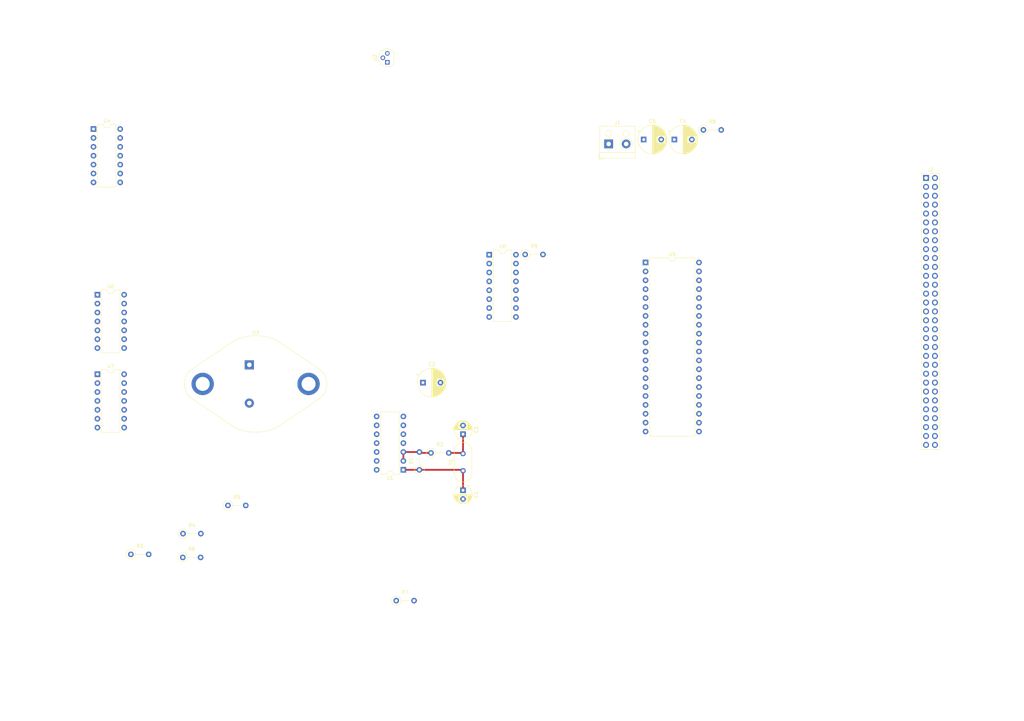
<source format=kicad_pcb>
(kicad_pcb (version 20171130) (host pcbnew "(5.0.0)")
  (layers (0 F.Cu signal) (1 In1.Cu signal) (2 In2.Cu signal) (31 B.Cu signal) (34 B.Paste user) (35 F.Paste user) (36 B.SilkS user) (37 F.SilkS user) (38 B.Mask user) (39 F.Mask user) (44 Edge.Cuts user))
  (net 0 "")
  (net 1 GND)
  (net 2 +5V)
  (net 3 "Net-(C1-Pad1)")
  (net 4 "Net-(R1-Pad2)")
  (net 5 "Net-(C2-Pad1)")
  (net 6 "Net-(C3-Pad1)")
  (net 7 "Net-(R3-Pad1)")
  (net 8 /~WAIT)
  (net 9 /~NMI)
  (net 10 /~INT)
  (net 11 /~BUSRQ)
  (net 12 /~RST)
  (net 13 /A11)
  (net 14 /~RD)
  (net 15 /A12)
  (net 16 /~WR)
  (net 17 /A13)
  (net 18 /~BUSACK)
  (net 19 /A14)
  (net 20 /A15)
  (net 21 /~CLK)
  (net 22 /D4)
  (net 23 /~M1)
  (net 24 /D3)
  (net 25 /~RFSH)
  (net 26 /D5)
  (net 27 /D6)
  (net 28 /A0)
  (net 29 /A1)
  (net 30 /D2)
  (net 31 /A2)
  (net 32 /D7)
  (net 33 /A3)
  (net 34 /D0)
  (net 35 /A4)
  (net 36 /D1)
  (net 37 /A5)
  (net 38 /A6)
  (net 39 /A7)
  (net 40 /~HALT)
  (net 41 /A8)
  (net 42 /~MREQ)
  (net 43 /A9)
  (net 44 /~IORQ)
  (net 45 /A10)
  (net 46 /~MEMWR)
  (net 47 /~IOWR)
  (net 48 /~MEMRD)
  (net 49 /~IORD)
  (net 50 "Net-(J2-Pad4)")
  (net 51 "Net-(J2-Pad5)")
  (net 52 "Net-(J2-Pad6)")
  (net 53 "Net-(J2-Pad7)")
  (net 54 "Net-(J2-Pad8)")
  (net 55 "Net-(J2-Pad9)")
  (net 56 "Net-(J2-Pad15)")
  (net 57 "Net-(J2-Pad16)")
  (net 58 "Net-(J2-Pad17)")
  (net 59 "Net-(J2-Pad18)")
  (net 60 "Net-(J2-Pad19)")
  (net 61 "Net-(J2-Pad21)")
  (net 62 "Net-(J2-Pad22)")
  (net 63 "Net-(J2-Pad23)")
  (net 64 "Net-(J2-Pad24)")
  (net 65 "Net-(J2-Pad25)")
  (net 66 "Net-(J2-Pad26)")
  (net 67 "Net-(J2-Pad27)")
  (net 68 "Net-(J2-Pad28)")
  (net 69 "Net-(J2-Pad30)")
  (net 70 "Net-(J2-Pad32)")
  (net 71 "Net-(J2-Pad41)")
  (net 72 "Net-(J2-Pad42)")
  (net 73 "Net-(U6-Pad8)")
  (net 74 /~OPFETCH)
  (net 75 "Net-(U6-Pad10)")
  (net 76 /~INTACK)
  (net 77 /~BOOT)
  (net 78 "Net-(U7-Pad8)")
  (net 79 "Net-(R9-Pad1)")
  (net 80 /DS6)
  (net 81 /DS5)
  (net 82 /DS4)
  (net 83 /DS3)
  (net 84 /DS2)
  (net 85 /DS1)
  (net 86 /DS7)
  (net 87 /DS0)
  (module Package_DIP:DIP-40_W15.24mm (layer F.Cu) (at 186.69 77.47)
    (fp_text reference U5 (at 7.62 -2.33) (layer F.SilkS))
    (fp_text value Z80CPU)
    (pad 1 thru_hole rect (at 0 0) (size 1.6 1.6) (drill 0.8) (layers *.Cu *.Mask) (net 13 /A11))
    (pad 21 thru_hole oval (at 15.24 48.26) (size 1.6 1.6) (drill 0.8) (layers *.Cu *.Mask) (net 14 /~RD))
    (pad 2 thru_hole oval (at 0 2.54) (size 1.6 1.6) (drill 0.8) (layers *.Cu *.Mask) (net 15 /A12))
    (pad 22 thru_hole oval (at 15.24 45.72) (size 1.6 1.6) (drill 0.8) (layers *.Cu *.Mask) (net 16 /~WR))
    (pad 3 thru_hole oval (at 0 5.08) (size 1.6 1.6) (drill 0.8) (layers *.Cu *.Mask) (net 17 /A13))
    (pad 23 thru_hole oval (at 15.24 43.18) (size 1.6 1.6) (drill 0.8) (layers *.Cu *.Mask) (net 18 /~BUSACK))
    (pad 4 thru_hole oval (at 0 7.62) (size 1.6 1.6) (drill 0.8) (layers *.Cu *.Mask) (net 19 /A14))
    (pad 24 thru_hole oval (at 15.24 40.64) (size 1.6 1.6) (drill 0.8) (layers *.Cu *.Mask) (net 8 /~WAIT))
    (pad 5 thru_hole oval (at 0 10.16) (size 1.6 1.6) (drill 0.8) (layers *.Cu *.Mask) (net 20 /A15))
    (pad 25 thru_hole oval (at 15.24 38.1) (size 1.6 1.6) (drill 0.8) (layers *.Cu *.Mask) (net 11 /~BUSRQ))
    (pad 6 thru_hole oval (at 0 12.7) (size 1.6 1.6) (drill 0.8) (layers *.Cu *.Mask) (net 21 /~CLK))
    (pad 26 thru_hole oval (at 15.24 35.56) (size 1.6 1.6) (drill 0.8) (layers *.Cu *.Mask) (net 12 /~RST))
    (pad 7 thru_hole oval (at 0 15.24) (size 1.6 1.6) (drill 0.8) (layers *.Cu *.Mask) (net 22 /D4))
    (pad 27 thru_hole oval (at 15.24 33.02) (size 1.6 1.6) (drill 0.8) (layers *.Cu *.Mask) (net 23 /~M1))
    (pad 8 thru_hole oval (at 0 17.78) (size 1.6 1.6) (drill 0.8) (layers *.Cu *.Mask) (net 24 /D3))
    (pad 28 thru_hole oval (at 15.24 30.48) (size 1.6 1.6) (drill 0.8) (layers *.Cu *.Mask) (net 25 /~RFSH))
    (pad 9 thru_hole oval (at 0 20.32) (size 1.6 1.6) (drill 0.8) (layers *.Cu *.Mask) (net 26 /D5))
    (pad 29 thru_hole oval (at 15.24 27.94) (size 1.6 1.6) (drill 0.8) (layers *.Cu *.Mask) (net 1 GND))
    (pad 10 thru_hole oval (at 0 22.86) (size 1.6 1.6) (drill 0.8) (layers *.Cu *.Mask) (net 27 /D6))
    (pad 30 thru_hole oval (at 15.24 25.4) (size 1.6 1.6) (drill 0.8) (layers *.Cu *.Mask) (net 28 /A0))
    (pad 11 thru_hole oval (at 0 25.4) (size 1.6 1.6) (drill 0.8) (layers *.Cu *.Mask) (net 2 +5V))
    (pad 31 thru_hole oval (at 15.24 22.86) (size 1.6 1.6) (drill 0.8) (layers *.Cu *.Mask) (net 29 /A1))
    (pad 12 thru_hole oval (at 0 27.94) (size 1.6 1.6) (drill 0.8) (layers *.Cu *.Mask) (net 30 /D2))
    (pad 32 thru_hole oval (at 15.24 20.32) (size 1.6 1.6) (drill 0.8) (layers *.Cu *.Mask) (net 31 /A2))
    (pad 13 thru_hole oval (at 0 30.48) (size 1.6 1.6) (drill 0.8) (layers *.Cu *.Mask) (net 32 /D7))
    (pad 33 thru_hole oval (at 15.24 17.78) (size 1.6 1.6) (drill 0.8) (layers *.Cu *.Mask) (net 33 /A3))
    (pad 14 thru_hole oval (at 0 33.02) (size 1.6 1.6) (drill 0.8) (layers *.Cu *.Mask) (net 34 /D0))
    (pad 34 thru_hole oval (at 15.24 15.24) (size 1.6 1.6) (drill 0.8) (layers *.Cu *.Mask) (net 35 /A4))
    (pad 15 thru_hole oval (at 0 35.56) (size 1.6 1.6) (drill 0.8) (layers *.Cu *.Mask) (net 36 /D1))
    (pad 35 thru_hole oval (at 15.24 12.7) (size 1.6 1.6) (drill 0.8) (layers *.Cu *.Mask) (net 37 /A5))
    (pad 16 thru_hole oval (at 0 38.1) (size 1.6 1.6) (drill 0.8) (layers *.Cu *.Mask) (net 10 /~INT))
    (pad 36 thru_hole oval (at 15.24 10.16) (size 1.6 1.6) (drill 0.8) (layers *.Cu *.Mask) (net 38 /A6))
    (pad 17 thru_hole oval (at 0 40.64) (size 1.6 1.6) (drill 0.8) (layers *.Cu *.Mask) (net 9 /~NMI))
    (pad 37 thru_hole oval (at 15.24 7.62) (size 1.6 1.6) (drill 0.8) (layers *.Cu *.Mask) (net 39 /A7))
    (pad 18 thru_hole oval (at 0 43.18) (size 1.6 1.6) (drill 0.8) (layers *.Cu *.Mask) (net 40 /~HALT))
    (pad 38 thru_hole oval (at 15.24 5.08) (size 1.6 1.6) (drill 0.8) (layers *.Cu *.Mask) (net 41 /A8))
    (pad 19 thru_hole oval (at 0 45.72) (size 1.6 1.6) (drill 0.8) (layers *.Cu *.Mask) (net 42 /~MREQ))
    (pad 39 thru_hole oval (at 15.24 2.54) (size 1.6 1.6) (drill 0.8) (layers *.Cu *.Mask) (net 43 /A9))
    (pad 20 thru_hole oval (at 0 48.26) (size 1.6 1.6) (drill 0.8) (layers *.Cu *.Mask) (net 44 /~IORQ))
    (pad 40 thru_hole oval (at 15.24 0) (size 1.6 1.6) (drill 0.8) (layers *.Cu *.Mask) (net 45 /A10))
  )
  (module Package_DIP:DIP-16_W7.62mm (layer F.Cu) (at 142.095001 75.235001)
    (fp_text reference U8 (at 3.81 -2.33) (layer F.SilkS))
    (fp_text value 74138)
    (pad 1 thru_hole rect (at 0 0) (size 1.6 1.6) (drill 0.8) (layers *.Cu *.Mask) (net 37 /A5))
    (pad 9 thru_hole oval (at 7.62 17.78) (size 1.6 1.6) (drill 0.8) (layers *.Cu *.Mask) (net 80 /DS6))
    (pad 2 thru_hole oval (at 0 2.54) (size 1.6 1.6) (drill 0.8) (layers *.Cu *.Mask) (net 38 /A6))
    (pad 10 thru_hole oval (at 7.62 15.24) (size 1.6 1.6) (drill 0.8) (layers *.Cu *.Mask) (net 81 /DS5))
    (pad 3 thru_hole oval (at 0 5.08) (size 1.6 1.6) (drill 0.8) (layers *.Cu *.Mask) (net 39 /A7))
    (pad 11 thru_hole oval (at 7.62 12.7) (size 1.6 1.6) (drill 0.8) (layers *.Cu *.Mask) (net 82 /DS4))
    (pad 4 thru_hole oval (at 0 7.62) (size 1.6 1.6) (drill 0.8) (layers *.Cu *.Mask) (net 44 /~IORQ))
    (pad 12 thru_hole oval (at 7.62 10.16) (size 1.6 1.6) (drill 0.8) (layers *.Cu *.Mask) (net 83 /DS3))
    (pad 5 thru_hole oval (at 0 10.16) (size 1.6 1.6) (drill 0.8) (layers *.Cu *.Mask) (net 44 /~IORQ))
    (pad 13 thru_hole oval (at 7.62 7.62) (size 1.6 1.6) (drill 0.8) (layers *.Cu *.Mask) (net 84 /DS2))
    (pad 6 thru_hole oval (at 0 12.7) (size 1.6 1.6) (drill 0.8) (layers *.Cu *.Mask) (net 79 "Net-(R9-Pad1)"))
    (pad 14 thru_hole oval (at 7.62 5.08) (size 1.6 1.6) (drill 0.8) (layers *.Cu *.Mask) (net 85 /DS1))
    (pad 7 thru_hole oval (at 0 15.24) (size 1.6 1.6) (drill 0.8) (layers *.Cu *.Mask) (net 86 /DS7))
    (pad 15 thru_hole oval (at 7.62 2.54) (size 1.6 1.6) (drill 0.8) (layers *.Cu *.Mask) (net 87 /DS0))
    (pad 8 thru_hole oval (at 0 17.78) (size 1.6 1.6) (drill 0.8) (layers *.Cu *.Mask) (net 1 GND))
    (pad 16 thru_hole oval (at 7.62 0) (size 1.6 1.6) (drill 0.8) (layers *.Cu *.Mask) (net 2 +5V))
  )
  (module Resistor_THT:R_Axial_DIN0207_L6.3mm_D2.5mm_P5.08mm_Vertical (layer F.Cu) (at 152.345001 75.185001)
    (fp_text reference R9 (at 2.54 -2.37) (layer F.SilkS))
    (fp_text value 10K)
    (pad 1 thru_hole circle (at 0 0) (size 1.6 1.6) (drill 0.8) (layers *.Cu *.Mask) (net 79 "Net-(R9-Pad1)"))
    (pad 2 thru_hole oval (at 5.08 0) (size 1.6 1.6) (drill 0.8) (layers *.Cu *.Mask) (net 1 GND))
  )
  (module Package_DIP:DIP-14_W7.62mm (layer F.Cu) (at 30.335001 109.365001)
    (fp_text reference U7 (at 3.81 -2.33) (layer F.SilkS))
    (fp_text value 74LS73)
    (pad 14 thru_hole oval (at 7.62 0) (size 1.6 1.6) (drill 0.8) (layers *.Cu *.Mask))
    (pad 7 thru_hole oval (at 0 15.24) (size 1.6 1.6) (drill 0.8) (layers *.Cu *.Mask) (net 2 +5V))
    (pad 13 thru_hole oval (at 7.62 2.54) (size 1.6 1.6) (drill 0.8) (layers *.Cu *.Mask))
    (pad 6 thru_hole oval (at 0 12.7) (size 1.6 1.6) (drill 0.8) (layers *.Cu *.Mask) (net 12 /~RST))
    (pad 12 thru_hole oval (at 7.62 5.08) (size 1.6 1.6) (drill 0.8) (layers *.Cu *.Mask))
    (pad 5 thru_hole oval (at 0 10.16) (size 1.6 1.6) (drill 0.8) (layers *.Cu *.Mask) (net 73 "Net-(U6-Pad8)"))
    (pad 11 thru_hole oval (at 7.62 7.62) (size 1.6 1.6) (drill 0.8) (layers *.Cu *.Mask) (net 1 GND))
    (pad 4 thru_hole oval (at 0 7.62) (size 1.6 1.6) (drill 0.8) (layers *.Cu *.Mask) (net 2 +5V))
    (pad 10 thru_hole oval (at 7.62 10.16) (size 1.6 1.6) (drill 0.8) (layers *.Cu *.Mask) (net 1 GND))
    (pad 3 thru_hole oval (at 0 5.08) (size 1.6 1.6) (drill 0.8) (layers *.Cu *.Mask))
    (pad 9 thru_hole oval (at 7.62 12.7) (size 1.6 1.6) (drill 0.8) (layers *.Cu *.Mask) (net 77 /~BOOT))
    (pad 2 thru_hole oval (at 0 2.54) (size 1.6 1.6) (drill 0.8) (layers *.Cu *.Mask))
    (pad 8 thru_hole oval (at 7.62 15.24) (size 1.6 1.6) (drill 0.8) (layers *.Cu *.Mask) (net 78 "Net-(U7-Pad8)"))
    (pad 1 thru_hole rect (at 0 0) (size 1.6 1.6) (drill 0.8) (layers *.Cu *.Mask))
  )
  (module Package_DIP:DIP-14_W7.62mm (layer F.Cu) (at 30.335001 86.665001)
    (fp_text reference U6 (at 3.81 -2.33) (layer F.SilkS))
    (fp_text value 74LS32)
    (pad 1 thru_hole rect (at 0 0) (size 1.6 1.6) (drill 0.8) (layers *.Cu *.Mask) (net 23 /~M1))
    (pad 8 thru_hole oval (at 7.62 15.24) (size 1.6 1.6) (drill 0.8) (layers *.Cu *.Mask) (net 73 "Net-(U6-Pad8)"))
    (pad 2 thru_hole oval (at 0 2.54) (size 1.6 1.6) (drill 0.8) (layers *.Cu *.Mask) (net 42 /~MREQ))
    (pad 9 thru_hole oval (at 7.62 12.7) (size 1.6 1.6) (drill 0.8) (layers *.Cu *.Mask) (net 2 +5V))
    (pad 3 thru_hole oval (at 0 5.08) (size 1.6 1.6) (drill 0.8) (layers *.Cu *.Mask) (net 74 /~OPFETCH))
    (pad 10 thru_hole oval (at 7.62 10.16) (size 1.6 1.6) (drill 0.8) (layers *.Cu *.Mask) (net 75 "Net-(U6-Pad10)"))
    (pad 4 thru_hole oval (at 0 7.62) (size 1.6 1.6) (drill 0.8) (layers *.Cu *.Mask) (net 23 /~M1))
    (pad 11 thru_hole oval (at 7.62 7.62) (size 1.6 1.6) (drill 0.8) (layers *.Cu *.Mask) (net 75 "Net-(U6-Pad10)"))
    (pad 5 thru_hole oval (at 0 10.16) (size 1.6 1.6) (drill 0.8) (layers *.Cu *.Mask) (net 44 /~IORQ))
    (pad 12 thru_hole oval (at 7.62 5.08) (size 1.6 1.6) (drill 0.8) (layers *.Cu *.Mask) (net 47 /~IOWR))
    (pad 6 thru_hole oval (at 0 12.7) (size 1.6 1.6) (drill 0.8) (layers *.Cu *.Mask) (net 76 /~INTACK))
    (pad 13 thru_hole oval (at 7.62 2.54) (size 1.6 1.6) (drill 0.8) (layers *.Cu *.Mask) (net 77 /~BOOT))
    (pad 7 thru_hole oval (at 0 15.24) (size 1.6 1.6) (drill 0.8) (layers *.Cu *.Mask) (net 1 GND))
    (pad 14 thru_hole oval (at 7.62 0) (size 1.6 1.6) (drill 0.8) (layers *.Cu *.Mask) (net 2 +5V))
  )
  (module Connector_PinHeader_2.54mm:PinHeader_2x31_P2.54mm_Vertical (layer F.Cu) (at 266.7 53.34)
    (fp_text reference J2 (at 1.27 -2.33) (layer F.SilkS))
    (fp_text value Bus_ISA_8bit)
    (pad 1 thru_hole rect (at 0 0) (size 1.7 1.7) (drill 1) (layers *.Cu *.Mask) (net 1 GND))
    (pad 2 thru_hole oval (at 2.54 0) (size 1.7 1.7) (drill 1) (layers *.Cu *.Mask) (net 12 /~RST))
    (pad 3 thru_hole oval (at 0 2.54) (size 1.7 1.7) (drill 1) (layers *.Cu *.Mask) (net 2 +5V))
    (pad 4 thru_hole oval (at 2.54 2.54) (size 1.7 1.7) (drill 1) (layers *.Cu *.Mask) (net 50 "Net-(J2-Pad4)"))
    (pad 5 thru_hole oval (at 0 5.08) (size 1.7 1.7) (drill 1) (layers *.Cu *.Mask) (net 51 "Net-(J2-Pad5)"))
    (pad 6 thru_hole oval (at 2.54 5.08) (size 1.7 1.7) (drill 1) (layers *.Cu *.Mask) (net 52 "Net-(J2-Pad6)"))
    (pad 7 thru_hole oval (at 0 7.62) (size 1.7 1.7) (drill 1) (layers *.Cu *.Mask) (net 53 "Net-(J2-Pad7)"))
    (pad 8 thru_hole oval (at 2.54 7.62) (size 1.7 1.7) (drill 1) (layers *.Cu *.Mask) (net 54 "Net-(J2-Pad8)"))
    (pad 9 thru_hole oval (at 0 10.16) (size 1.7 1.7) (drill 1) (layers *.Cu *.Mask) (net 55 "Net-(J2-Pad9)"))
    (pad 10 thru_hole oval (at 2.54 10.16) (size 1.7 1.7) (drill 1) (layers *.Cu *.Mask) (net 1 GND))
    (pad 11 thru_hole oval (at 0 12.7) (size 1.7 1.7) (drill 1) (layers *.Cu *.Mask) (net 46 /~MEMWR))
    (pad 12 thru_hole oval (at 2.54 12.7) (size 1.7 1.7) (drill 1) (layers *.Cu *.Mask) (net 48 /~MEMRD))
    (pad 13 thru_hole oval (at 0 15.24) (size 1.7 1.7) (drill 1) (layers *.Cu *.Mask) (net 47 /~IOWR))
    (pad 14 thru_hole oval (at 2.54 15.24) (size 1.7 1.7) (drill 1) (layers *.Cu *.Mask) (net 49 /~IORD))
    (pad 15 thru_hole oval (at 0 17.78) (size 1.7 1.7) (drill 1) (layers *.Cu *.Mask) (net 56 "Net-(J2-Pad15)"))
    (pad 16 thru_hole oval (at 2.54 17.78) (size 1.7 1.7) (drill 1) (layers *.Cu *.Mask) (net 57 "Net-(J2-Pad16)"))
    (pad 17 thru_hole oval (at 0 20.32) (size 1.7 1.7) (drill 1) (layers *.Cu *.Mask) (net 58 "Net-(J2-Pad17)"))
    (pad 18 thru_hole oval (at 2.54 20.32) (size 1.7 1.7) (drill 1) (layers *.Cu *.Mask) (net 59 "Net-(J2-Pad18)"))
    (pad 19 thru_hole oval (at 0 22.86) (size 1.7 1.7) (drill 1) (layers *.Cu *.Mask) (net 60 "Net-(J2-Pad19)"))
    (pad 20 thru_hole oval (at 2.54 22.86) (size 1.7 1.7) (drill 1) (layers *.Cu *.Mask) (net 21 /~CLK))
    (pad 21 thru_hole oval (at 0 25.4) (size 1.7 1.7) (drill 1) (layers *.Cu *.Mask) (net 61 "Net-(J2-Pad21)"))
    (pad 22 thru_hole oval (at 2.54 25.4) (size 1.7 1.7) (drill 1) (layers *.Cu *.Mask) (net 62 "Net-(J2-Pad22)"))
    (pad 23 thru_hole oval (at 0 27.94) (size 1.7 1.7) (drill 1) (layers *.Cu *.Mask) (net 63 "Net-(J2-Pad23)"))
    (pad 24 thru_hole oval (at 2.54 27.94) (size 1.7 1.7) (drill 1) (layers *.Cu *.Mask) (net 64 "Net-(J2-Pad24)"))
    (pad 25 thru_hole oval (at 0 30.48) (size 1.7 1.7) (drill 1) (layers *.Cu *.Mask) (net 65 "Net-(J2-Pad25)"))
    (pad 26 thru_hole oval (at 2.54 30.48) (size 1.7 1.7) (drill 1) (layers *.Cu *.Mask) (net 66 "Net-(J2-Pad26)"))
    (pad 27 thru_hole oval (at 0 33.02) (size 1.7 1.7) (drill 1) (layers *.Cu *.Mask) (net 67 "Net-(J2-Pad27)"))
    (pad 28 thru_hole oval (at 2.54 33.02) (size 1.7 1.7) (drill 1) (layers *.Cu *.Mask) (net 68 "Net-(J2-Pad28)"))
    (pad 29 thru_hole oval (at 0 35.56) (size 1.7 1.7) (drill 1) (layers *.Cu *.Mask) (net 2 +5V))
    (pad 30 thru_hole oval (at 2.54 35.56) (size 1.7 1.7) (drill 1) (layers *.Cu *.Mask) (net 69 "Net-(J2-Pad30)"))
    (pad 31 thru_hole oval (at 0 38.1) (size 1.7 1.7) (drill 1) (layers *.Cu *.Mask) (net 1 GND))
    (pad 32 thru_hole oval (at 2.54 38.1) (size 1.7 1.7) (drill 1) (layers *.Cu *.Mask) (net 70 "Net-(J2-Pad32)"))
    (pad 33 thru_hole oval (at 0 40.64) (size 1.7 1.7) (drill 1) (layers *.Cu *.Mask) (net 32 /D7))
    (pad 34 thru_hole oval (at 2.54 40.64) (size 1.7 1.7) (drill 1) (layers *.Cu *.Mask) (net 27 /D6))
    (pad 35 thru_hole oval (at 0 43.18) (size 1.7 1.7) (drill 1) (layers *.Cu *.Mask) (net 26 /D5))
    (pad 36 thru_hole oval (at 2.54 43.18) (size 1.7 1.7) (drill 1) (layers *.Cu *.Mask) (net 22 /D4))
    (pad 37 thru_hole oval (at 0 45.72) (size 1.7 1.7) (drill 1) (layers *.Cu *.Mask) (net 24 /D3))
    (pad 38 thru_hole oval (at 2.54 45.72) (size 1.7 1.7) (drill 1) (layers *.Cu *.Mask) (net 30 /D2))
    (pad 39 thru_hole oval (at 0 48.26) (size 1.7 1.7) (drill 1) (layers *.Cu *.Mask) (net 36 /D1))
    (pad 40 thru_hole oval (at 2.54 48.26) (size 1.7 1.7) (drill 1) (layers *.Cu *.Mask) (net 34 /D0))
    (pad 41 thru_hole oval (at 0 50.8) (size 1.7 1.7) (drill 1) (layers *.Cu *.Mask) (net 71 "Net-(J2-Pad41)"))
    (pad 42 thru_hole oval (at 2.54 50.8) (size 1.7 1.7) (drill 1) (layers *.Cu *.Mask) (net 72 "Net-(J2-Pad42)"))
    (pad 43 thru_hole oval (at 0 53.34) (size 1.7 1.7) (drill 1) (layers *.Cu *.Mask) (net 1 GND))
    (pad 44 thru_hole oval (at 2.54 53.34) (size 1.7 1.7) (drill 1) (layers *.Cu *.Mask) (net 1 GND))
    (pad 45 thru_hole oval (at 0 55.88) (size 1.7 1.7) (drill 1) (layers *.Cu *.Mask) (net 1 GND))
    (pad 46 thru_hole oval (at 2.54 55.88) (size 1.7 1.7) (drill 1) (layers *.Cu *.Mask) (net 1 GND))
    (pad 47 thru_hole oval (at 0 58.42) (size 1.7 1.7) (drill 1) (layers *.Cu *.Mask) (net 20 /A15))
    (pad 48 thru_hole oval (at 2.54 58.42) (size 1.7 1.7) (drill 1) (layers *.Cu *.Mask) (net 19 /A14))
    (pad 49 thru_hole oval (at 0 60.96) (size 1.7 1.7) (drill 1) (layers *.Cu *.Mask) (net 17 /A13))
    (pad 50 thru_hole oval (at 2.54 60.96) (size 1.7 1.7) (drill 1) (layers *.Cu *.Mask) (net 15 /A12))
    (pad 51 thru_hole oval (at 0 63.5) (size 1.7 1.7) (drill 1) (layers *.Cu *.Mask) (net 13 /A11))
    (pad 52 thru_hole oval (at 2.54 63.5) (size 1.7 1.7) (drill 1) (layers *.Cu *.Mask) (net 45 /A10))
    (pad 53 thru_hole oval (at 0 66.04) (size 1.7 1.7) (drill 1) (layers *.Cu *.Mask) (net 43 /A9))
    (pad 54 thru_hole oval (at 2.54 66.04) (size 1.7 1.7) (drill 1) (layers *.Cu *.Mask) (net 41 /A8))
    (pad 55 thru_hole oval (at 0 68.58) (size 1.7 1.7) (drill 1) (layers *.Cu *.Mask) (net 39 /A7))
    (pad 56 thru_hole oval (at 2.54 68.58) (size 1.7 1.7) (drill 1) (layers *.Cu *.Mask) (net 38 /A6))
    (pad 57 thru_hole oval (at 0 71.12) (size 1.7 1.7) (drill 1) (layers *.Cu *.Mask) (net 37 /A5))
    (pad 58 thru_hole oval (at 2.54 71.12) (size 1.7 1.7) (drill 1) (layers *.Cu *.Mask) (net 35 /A4))
    (pad 59 thru_hole oval (at 0 73.66) (size 1.7 1.7) (drill 1) (layers *.Cu *.Mask) (net 33 /A3))
    (pad 60 thru_hole oval (at 2.54 73.66) (size 1.7 1.7) (drill 1) (layers *.Cu *.Mask) (net 31 /A2))
    (pad 61 thru_hole oval (at 0 76.2) (size 1.7 1.7) (drill 1) (layers *.Cu *.Mask) (net 29 /A1))
    (pad 62 thru_hole oval (at 2.54 76.2) (size 1.7 1.7) (drill 1) (layers *.Cu *.Mask) (net 28 /A0))
  )
  (module Capacitor_THT:CP_Radial_D5.0mm_P2.50mm (layer F.Cu) (at 134.62 126.492 90)
    (fp_text reference C3 (at 1.27 3.81 90) (layer F.SilkS))
    (fp_text value 22p)
    (pad 1 thru_hole rect (at 0 0 90) (size 1.6 1.6) (drill 0.8) (layers *.Cu *.Mask) (net 6 "Net-(C3-Pad1)"))
    (pad 2 thru_hole circle (at 2.5 0 90) (size 1.6 1.6) (drill 0.8) (layers *.Cu *.Mask) (net 1 GND))
  )
  (module Capacitor_THT:CP_Radial_D8.0mm_P5.00mm (layer F.Cu) (at 123.19 111.76)
    (fp_text reference C2 (at 2.5 -5.25) (layer F.SilkS))
    (fp_text value 100n)
    (pad 1 thru_hole rect (at 0 0) (size 1.6 1.6) (drill 0.8) (layers *.Cu *.Mask) (net 5 "Net-(C2-Pad1)"))
    (pad 2 thru_hole circle (at 5 0) (size 1.6 1.6) (drill 0.8) (layers *.Cu *.Mask) (net 1 GND))
  )
  (module Capacitor_THT:CP_Radial_D8.0mm_P5.00mm (layer F.Cu) (at 194.899699 42.375001)
    (fp_text reference C4 (at 2.5 -5.25) (layer F.SilkS))
    (fp_text value 10u)
    (pad 2 thru_hole circle (at 5 0) (size 1.6 1.6) (drill 0.8) (layers *.Cu *.Mask) (net 1 GND))
    (pad 1 thru_hole rect (at 0 0) (size 1.6 1.6) (drill 0.8) (layers *.Cu *.Mask) (net 2 +5V))
  )
  (module Capacitor_THT:CP_Radial_D8.0mm_P5.00mm (layer F.Cu) (at 186.159699 42.375001)
    (fp_text reference C5 (at 2.5 -5.25) (layer F.SilkS))
    (fp_text value 10u)
    (pad 1 thru_hole rect (at 0 0) (size 1.6 1.6) (drill 0.8) (layers *.Cu *.Mask) (net 1 GND))
    (pad 2 thru_hole circle (at 5 0) (size 1.6 1.6) (drill 0.8) (layers *.Cu *.Mask) (net 2 +5V))
  )
  (module Package_DIP:DIP-14_W7.62mm (layer F.Cu) (at 117.602 136.652 180)
    (fp_text reference U1 (at 3.81 -2.33 180) (layer F.SilkS))
    (fp_text value 74LS14)
    (pad 14 thru_hole oval (at 7.62 0 180) (size 1.6 1.6) (drill 0.8) (layers *.Cu *.Mask) (net 2 +5V))
    (pad 7 thru_hole oval (at 0 15.24 180) (size 1.6 1.6) (drill 0.8) (layers *.Cu *.Mask) (net 1 GND))
    (pad 13 thru_hole oval (at 7.62 2.54 180) (size 1.6 1.6) (drill 0.8) (layers *.Cu *.Mask))
    (pad 6 thru_hole oval (at 0 12.7 180) (size 1.6 1.6) (drill 0.8) (layers *.Cu *.Mask))
    (pad 12 thru_hole oval (at 7.62 5.08 180) (size 1.6 1.6) (drill 0.8) (layers *.Cu *.Mask))
    (pad 5 thru_hole oval (at 0 10.16 180) (size 1.6 1.6) (drill 0.8) (layers *.Cu *.Mask))
    (pad 11 thru_hole oval (at 7.62 7.62 180) (size 1.6 1.6) (drill 0.8) (layers *.Cu *.Mask))
    (pad 4 thru_hole oval (at 0 7.62 180) (size 1.6 1.6) (drill 0.8) (layers *.Cu *.Mask) (net 21 /~CLK))
    (pad 10 thru_hole oval (at 7.62 10.16 180) (size 1.6 1.6) (drill 0.8) (layers *.Cu *.Mask))
    (pad 3 thru_hole oval (at 0 5.08 180) (size 1.6 1.6) (drill 0.8) (layers *.Cu *.Mask) (net 4 "Net-(R1-Pad2)"))
    (pad 9 thru_hole oval (at 7.62 12.7 180) (size 1.6 1.6) (drill 0.8) (layers *.Cu *.Mask))
    (pad 2 thru_hole oval (at 0 2.54 180) (size 1.6 1.6) (drill 0.8) (layers *.Cu *.Mask) (net 4 "Net-(R1-Pad2)"))
    (pad 8 thru_hole oval (at 7.62 15.24 180) (size 1.6 1.6) (drill 0.8) (layers *.Cu *.Mask))
    (pad 1 thru_hole rect (at 0 0 180) (size 1.6 1.6) (drill 0.8) (layers *.Cu *.Mask) (net 3 "Net-(C1-Pad1)"))
  )
  (module Package_DIP:DIP-14_W7.62mm (layer F.Cu) (at 29.21 39.37)
    (fp_text reference U4 (at 3.81 -2.33) (layer F.SilkS))
    (fp_text value 74LS32)
    (pad 1 thru_hole rect (at 0 0) (size 1.6 1.6) (drill 0.8) (layers *.Cu *.Mask) (net 44 /~IORQ))
    (pad 8 thru_hole oval (at 7.62 15.24) (size 1.6 1.6) (drill 0.8) (layers *.Cu *.Mask) (net 46 /~MEMWR))
    (pad 2 thru_hole oval (at 0 2.54) (size 1.6 1.6) (drill 0.8) (layers *.Cu *.Mask) (net 16 /~WR))
    (pad 9 thru_hole oval (at 7.62 12.7) (size 1.6 1.6) (drill 0.8) (layers *.Cu *.Mask) (net 42 /~MREQ))
    (pad 3 thru_hole oval (at 0 5.08) (size 1.6 1.6) (drill 0.8) (layers *.Cu *.Mask) (net 47 /~IOWR))
    (pad 10 thru_hole oval (at 7.62 10.16) (size 1.6 1.6) (drill 0.8) (layers *.Cu *.Mask) (net 16 /~WR))
    (pad 4 thru_hole oval (at 0 7.62) (size 1.6 1.6) (drill 0.8) (layers *.Cu *.Mask) (net 44 /~IORQ))
    (pad 11 thru_hole oval (at 7.62 7.62) (size 1.6 1.6) (drill 0.8) (layers *.Cu *.Mask) (net 48 /~MEMRD))
    (pad 5 thru_hole oval (at 0 10.16) (size 1.6 1.6) (drill 0.8) (layers *.Cu *.Mask) (net 14 /~RD))
    (pad 12 thru_hole oval (at 7.62 5.08) (size 1.6 1.6) (drill 0.8) (layers *.Cu *.Mask) (net 42 /~MREQ))
    (pad 6 thru_hole oval (at 0 12.7) (size 1.6 1.6) (drill 0.8) (layers *.Cu *.Mask) (net 49 /~IORD))
    (pad 13 thru_hole oval (at 7.62 2.54) (size 1.6 1.6) (drill 0.8) (layers *.Cu *.Mask) (net 14 /~RD))
    (pad 7 thru_hole oval (at 0 15.24) (size 1.6 1.6) (drill 0.8) (layers *.Cu *.Mask) (net 1 GND))
    (pad 14 thru_hole oval (at 7.62 0) (size 1.6 1.6) (drill 0.8) (layers *.Cu *.Mask) (net 2 +5V))
  )
  (module Package_TO_SOT_THT:TO-3 (layer F.Cu) (at 73.66 106.68)
    (fp_text reference U3 (at 1.8 -9.25) (layer F.SilkS))
    (fp_text value LM117_TO3)
    (pad 1 thru_hole rect (at 0 0) (size 2.6 2.6) (drill 1.3) (layers *.Cu *.Mask) (net 7 "Net-(R3-Pad1)"))
    (pad 2 thru_hole circle (at 0 10.92) (size 2.6 2.6) (drill 1.3) (layers *.Cu *.Mask) (net 5 "Net-(C2-Pad1)"))
    (pad 3 thru_hole circle (at -13.3 5.45) (size 6.35 6.35) (drill 4) (layers *.Cu *.Mask) (net 2 +5V))
    (pad 3 thru_hole circle (at 16.9 5.45) (size 6.35 6.35) (drill 4) (layers *.Cu *.Mask) (net 2 +5V))
  )
  (module Resistor_THT:R_Axial_DIN0207_L6.3mm_D2.5mm_P5.08mm_Vertical (layer F.Cu) (at 203.195001 39.625001)
    (fp_text reference R8 (at 2.54 -2.37) (layer F.SilkS))
    (fp_text value 10k)
    (pad 2 thru_hole oval (at 5.08 0) (size 1.6 1.6) (drill 0.8) (layers *.Cu *.Mask) (net 11 /~BUSRQ))
    (pad 1 thru_hole circle (at 0 0) (size 1.6 1.6) (drill 0.8) (layers *.Cu *.Mask) (net 2 +5V))
  )
  (module Resistor_THT:R_Axial_DIN0207_L6.3mm_D2.5mm_P5.08mm_Vertical (layer F.Cu) (at 115.57 173.99)
    (fp_text reference R7 (at 2.54 -2.37) (layer F.SilkS))
    (fp_text value 10k)
    (pad 1 thru_hole circle (at 0 0) (size 1.6 1.6) (drill 0.8) (layers *.Cu *.Mask) (net 2 +5V))
    (pad 2 thru_hole oval (at 5.08 0) (size 1.6 1.6) (drill 0.8) (layers *.Cu *.Mask) (net 10 /~INT))
  )
  (module TerminalBlock_RND:TerminalBlock_RND_205-00001_1x02_P5.00mm_Horizontal (layer F.Cu) (at 176.165001 43.625001)
    (fp_text reference J1 (at 2.5 -6.06) (layer F.SilkS))
    (fp_text value Screw_Terminal_01x02)
    (pad 1 thru_hole rect (at 0 0) (size 2.5 2.5) (drill 1.3) (layers *.Cu *.Mask) (net 1 GND))
    (pad 2 thru_hole circle (at 5 0) (size 2.5 2.5) (drill 1.3) (layers *.Cu *.Mask) (net 5 "Net-(C2-Pad1)"))
  )
  (module Capacitor_THT:CP_Radial_D5.0mm_P2.50mm (layer F.Cu) (at 134.62 142.494 270)
    (fp_text reference C1 (at 1.25 -3.75 270) (layer F.SilkS))
    (fp_text value 22p)
    (pad 1 thru_hole rect (at 0 0 270) (size 1.6 1.6) (drill 0.8) (layers *.Cu *.Mask) (net 3 "Net-(C1-Pad1)"))
    (pad 2 thru_hole circle (at 2.5 0 270) (size 1.6 1.6) (drill 0.8) (layers *.Cu *.Mask) (net 1 GND))
  )
  (module Crystal:Crystal_HC49-U_Vertical (layer F.Cu) (at 134.62 136.906 90)
    (fp_text reference Y1 (at 2.44 -3.525 90) (layer F.SilkS))
    (fp_text value Crystal)
    (pad 1 thru_hole circle (at 0 0 90) (size 1.5 1.5) (drill 0.8) (layers *.Cu *.Mask) (net 3 "Net-(C1-Pad1)"))
    (pad 2 thru_hole circle (at 4.88 0 90) (size 1.5 1.5) (drill 0.8) (layers *.Cu *.Mask) (net 6 "Net-(C3-Pad1)"))
  )
  (module Resistor_THT:R_Axial_DIN0207_L6.3mm_D2.5mm_P5.08mm_Vertical (layer F.Cu) (at 54.683001 161.657001)
    (fp_text reference R6 (at 2.54 -2.37) (layer F.SilkS))
    (fp_text value 10k)
    (pad 2 thru_hole oval (at 5.08 0) (size 1.6 1.6) (drill 0.8) (layers *.Cu *.Mask) (net 9 /~NMI))
    (pad 1 thru_hole circle (at 0 0) (size 1.6 1.6) (drill 0.8) (layers *.Cu *.Mask) (net 2 +5V))
  )
  (module Resistor_THT:R_Axial_DIN0207_L6.3mm_D2.5mm_P5.08mm_Vertical (layer F.Cu) (at 67.564 146.812)
    (fp_text reference R5 (at 2.54 -2.37) (layer F.SilkS))
    (fp_text value 10k)
    (pad 1 thru_hole circle (at 0 0) (size 1.6 1.6) (drill 0.8) (layers *.Cu *.Mask) (net 2 +5V))
    (pad 2 thru_hole oval (at 5.08 0) (size 1.6 1.6) (drill 0.8) (layers *.Cu *.Mask) (net 8 /~WAIT))
  )
  (module Resistor_THT:R_Axial_DIN0207_L6.3mm_D2.5mm_P5.08mm_Vertical (layer F.Cu) (at 54.753001 154.857001)
    (fp_text reference R4 (at 2.54 -2.37) (layer F.SilkS))
    (fp_text value 240)
    (pad 2 thru_hole oval (at 5.08 0) (size 1.6 1.6) (drill 0.8) (layers *.Cu *.Mask) (net 7 "Net-(R3-Pad1)"))
    (pad 1 thru_hole circle (at 0 0) (size 1.6 1.6) (drill 0.8) (layers *.Cu *.Mask) (net 2 +5V))
  )
  (module Resistor_THT:R_Axial_DIN0207_L6.3mm_D2.5mm_P5.08mm_Vertical (layer F.Cu) (at 39.878 160.782)
    (fp_text reference R3 (at 2.54 -2.37) (layer F.SilkS))
    (fp_text value 720)
    (pad 1 thru_hole circle (at 0 0) (size 1.6 1.6) (drill 0.8) (layers *.Cu *.Mask) (net 7 "Net-(R3-Pad1)"))
    (pad 2 thru_hole oval (at 5.08 0) (size 1.6 1.6) (drill 0.8) (layers *.Cu *.Mask) (net 1 GND))
  )
  (module Resistor_THT:R_Axial_DIN0207_L6.3mm_D2.5mm_P5.08mm_Vertical (layer F.Cu) (at 125.476 131.826)
    (fp_text reference R2 (at 2.54 -2.37) (layer F.SilkS))
    (fp_text value 1k)
    (pad 2 thru_hole oval (at 5.08 0) (size 1.6 1.6) (drill 0.8) (layers *.Cu *.Mask) (net 6 "Net-(C3-Pad1)"))
    (pad 1 thru_hole circle (at 0 0) (size 1.6 1.6) (drill 0.8) (layers *.Cu *.Mask) (net 4 "Net-(R1-Pad2)"))
  )
  (module Resistor_THT:R_Axial_DIN0207_L6.3mm_D2.5mm_P5.08mm_Vertical (layer F.Cu) (at 122.174 136.652 90)
    (fp_text reference R1 (at 2.54 -2.37 90) (layer F.SilkS))
    (fp_text value 1M)
    (pad 1 thru_hole circle (at 0 0 90) (size 1.6 1.6) (drill 0.8) (layers *.Cu *.Mask) (net 3 "Net-(C1-Pad1)"))
    (pad 2 thru_hole oval (at 5.08 0 90) (size 1.6 1.6) (drill 0.8) (layers *.Cu *.Mask) (net 4 "Net-(R1-Pad2)"))
  )
  (module Package_TO_SOT_THT:TO-92 (layer F.Cu) (at 113.03 20.32 90)
    (fp_text reference U2 (at 1.27 -3.56 90) (layer F.SilkS))
    (fp_text value MCP130)
    (pad 2 thru_hole circle (at 1.27 -1.27 180) (size 1.3 1.3) (drill 0.75) (layers *.Cu *.Mask) (net 2 +5V))
    (pad 3 thru_hole circle (at 2.54 0 180) (size 1.3 1.3) (drill 0.75) (layers *.Cu *.Mask) (net 1 GND))
    (pad 1 thru_hole rect (at 0 0 180) (size 1.3 1.3) (drill 0.75) (layers *.Cu *.Mask) (net 12 /~RST))
  )
  (segment (start 134.366 136.652) (end 134.62 136.906) (width 0.508) (layer F.Cu) (net 3))
  (segment (start 122.174 136.652) (end 134.366 136.652) (width 0.508) (layer F.Cu) (net 3))
  (segment (start 122.174 136.652) (end 117.602 136.652) (width 0.508) (layer F.Cu) (net 3))
  (segment (start 134.62 142.494) (end 134.62 141.186) (width 0.508) (layer F.Cu) (net 3))
  (segment (start 134.62 141.186) (end 134.62 136.906) (width 0.508) (layer F.Cu) (net 3))
  (segment (start 125.222 131.572) (end 125.476 131.826) (width 0.508) (layer F.Cu) (net 4))
  (segment (start 117.602 134.112) (end 117.602 131.572) (width 0.508) (layer F.Cu) (net 4))
  (segment (start 122.428 131.826) (end 122.174 131.572) (width 0.508) (layer F.Cu) (net 4))
  (segment (start 125.476 131.826) (end 122.428 131.826) (width 0.508) (layer F.Cu) (net 4))
  (segment (start 122.174 131.572) (end 117.602 131.572) (width 0.508) (layer F.Cu) (net 4))
  (segment (start 134.42 131.826) (end 134.62 132.026) (width 0.508) (layer F.Cu) (net 6))
  (segment (start 130.556 131.826) (end 134.42 131.826) (width 0.508) (layer F.Cu) (net 6))
  (segment (start 134.62 132.026) (end 134.62 130.96534) (width 0.508) (layer F.Cu) (net 6))
  (segment (start 134.62 130.96534) (end 134.62 126.492) (width 0.508) (layer F.Cu) (net 6))
)
</source>
